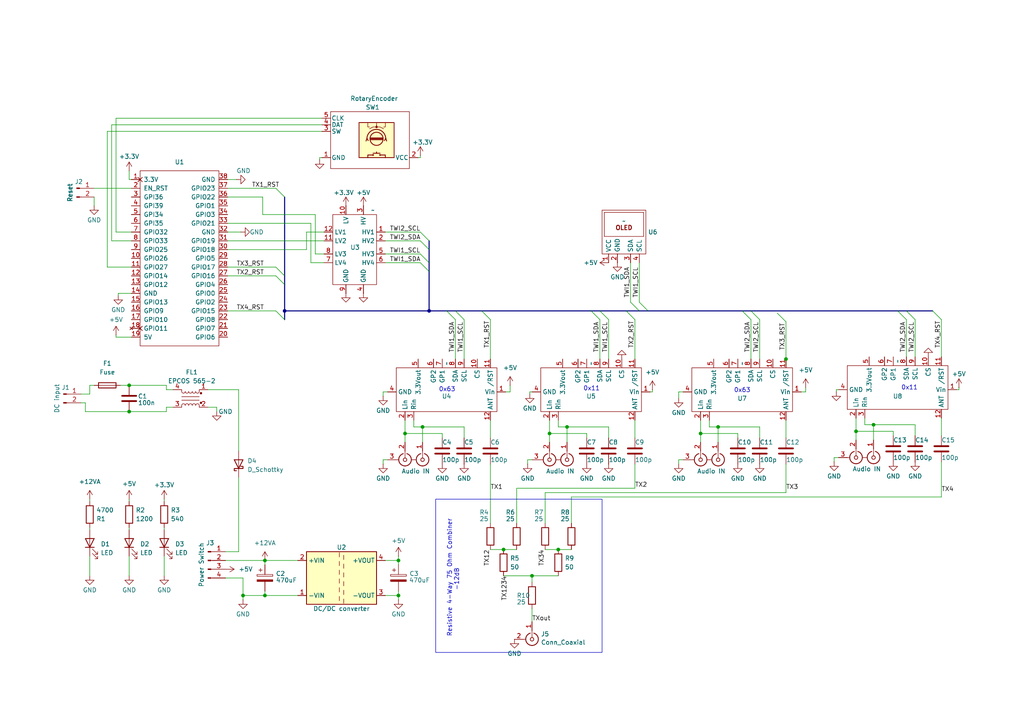
<source format=kicad_sch>
(kicad_sch (version 20231120) (generator "eeschema") (generator_version "8.0")
  (paper "A4")
  (title_block (title "4x UKW-FM Modulator") (date "2024-11-21") (rev "2.0") (company "Daniel Zerlett"))
  (lib_symbols
    (symbol "Connector:Conn_01x02_Pin" (pin_names (offset 1.016) hide)
      (property "Reference" "J" (at 0 2.54 0))
      (property "Value" "Conn_01x02_Pin" (at 0 -5.08 0))
      (symbol "Conn_01x02_Pin_1_1"
        (pin passive line (at 5.08 0 180) (length 3.81) (name "Pin_1") (number "1"))
        (pin passive line (at 5.08 -2.54 180) (length 3.81) (name "Pin_2") (number "2"))
      )
    )
    (symbol "Connector:Conn_01x04_Pin" (pin_names (offset 1.016) hide)
      (property "Reference" "J" (at 0 5.08 0))
      (property "Value" "Conn_01x04_Pin" (at 0 -7.62 0))
      (symbol "Conn_01x04_Pin_1_1"
        (pin passive line (at 5.08 2.54 180) (length 3.81) (name "Pin_1") (number "1"))
        (pin passive line (at 5.08 0 180) (length 3.81) (name "Pin_2") (number "2"))
        (pin passive line (at 5.08 -2.54 180) (length 3.81) (name "Pin_3") (number "3"))
        (pin passive line (at 5.08 -5.08 180) (length 3.81) (name "Pin_4") (number "4"))
      )
    )
    (symbol "Connector:Conn_Coaxial" (pin_names (offset 1.016) hide)
      (property "Reference" "J" (at 0.254 3.048 0))
      (property "Value" "Conn_Coaxial" (at 2.921 0 90))
      (symbol "Conn_Coaxial_1_1"
        (pin passive line (at -5.08 0 0) (length 2.54) (name "In") (number "1"))
        (pin passive line (at 0 -5.08 90) (length 2.54) (name "Ext") (number "2"))
      )
    )
    (symbol "Connector:Conn_Coaxial_x2" (pin_names (offset 1.016) hide)
      (property "Reference" "J" (at 0 5.715 0))
      (property "Value" "Conn_Coaxial_x2" (at 2.921 0 90))
      (symbol "Conn_Coaxial_x2_1_1"
        (pin passive line (at -5.08 2.54 0) (length 2.54) (name "IN1") (number "1"))
        (pin passive line (at -5.08 -2.54 0) (length 2.54) (name "IN2") (number "2"))
        (pin passive line (at 0 -7.62 90) (length 2.54) (name "EXT") (number "3"))
      )
    )
    (symbol "Device:C" (pin_numbers hide) (pin_names (offset 0.254))
      (property "Reference" "C" (at 0.635 2.54 0))
      (property "Value" "C" (at 0.635 -2.54 0))
      (symbol "C_1_1"
        (pin passive line (at 0 3.81 270) (length 2.794) (name "~") (number "1"))
        (pin passive line (at 0 -3.81 90) (length 2.794) (name "~") (number "2"))
      )
    )
    (symbol "Device:C_Polarized" (pin_numbers hide) (pin_names (offset 0.254))
      (property "Reference" "C" (at 0.635 2.54 0))
      (property "Value" "C_Polarized" (at 0.635 -2.54 0))
      (symbol "C_Polarized_1_1"
        (pin passive line (at 0 3.81 270) (length 2.794) (name "~") (number "1"))
        (pin passive line (at 0 -3.81 90) (length 2.794) (name "~") (number "2"))
      )
    )
    (symbol "Device:D_Schottky" (pin_numbers hide) (pin_names (offset 1.016) hide)
      (property "Reference" "D" (at 0 2.54 0))
      (property "Value" "D_Schottky" (at 0 -2.54 0))
      (symbol "D_Schottky_1_1"
        (pin passive line (at -3.81 0 0) (length 2.54) (name "K") (number "1"))
        (pin passive line (at 3.81 0 180) (length 2.54) (name "A") (number "2"))
      )
    )
    (symbol "Device:Fuse" (pin_numbers hide) (pin_names (offset 0))
      (property "Reference" "F" (at 2.032 0 90))
      (property "Value" "Fuse" (at -1.905 0 90))
      (symbol "Fuse_1_1"
        (pin passive line (at 0 3.81 270) (length 1.27) (name "~") (number "1"))
        (pin passive line (at 0 -3.81 90) (length 1.27) (name "~") (number "2"))
      )
    )
    (symbol "Device:LED" (pin_numbers hide) (pin_names (offset 1.016) hide)
      (property "Reference" "D" (at 0 2.54 0))
      (property "Value" "LED" (at 0 -2.54 0))
      (symbol "LED_1_1"
        (pin passive line (at -3.81 0 0) (length 2.54) (name "K") (number "1"))
        (pin passive line (at 3.81 0 180) (length 2.54) (name "A") (number "2"))
      )
    )
    (symbol "Filter:Choke_CommonMode_PulseElectronics_PH9455x155NL" (pin_names hide)
      (property "Reference" "FL" (at 0 5.08 0))
      (property "Value" "Choke_CommonMode_PulseElectronics_PH9455x155NL" (at 0 -5.08 0))
      (symbol "Choke_CommonMode_PulseElectronics_PH9455x155NL_1_1"
        (pin passive line (at -5.08 2.54 0) (length 2.54) (name "1") (number "1"))
        (pin passive line (at -5.08 -2.54 0) (length 2.54) (name "2") (number "2"))
        (pin passive line (at 5.08 -2.54 180) (length 2.54) (name "3") (number "3"))
        (pin passive line (at 5.08 2.54 180) (length 2.54) (name "4") (number "4"))
      )
    )
    (symbol "Regulator_Switching:CRE1S1212SC"
      (property "Reference" "U" (at -8.89 8.89 0))
      (property "Value" "CRE1S1212SC" (at 2.54 8.89 0))
      (symbol "CRE1S1212SC_1_1"
        (pin power_in line (at -12.7 -5.08 0) (length 2.54) (name "-VIN") (number "1"))
        (pin power_in line (at -12.7 5.08 0) (length 2.54) (name "+VIN") (number "2"))
        (pin power_out line (at 12.7 -5.08 180) (length 2.54) (name "-VOUT") (number "3"))
        (pin power_out line (at 12.7 5.08 180) (length 2.54) (name "+VOUT") (number "4"))
      )
    )
    (symbol "esp32:esp32_38_pins-custom_library" (pin_names (offset 1.016))
      (property "Reference" "U" (at -1.27 8.89 0))
      (property "Value" "esp32_38_pins-custom_library" (at 12.7 -44.45 0))
      (property "Footprint" "esp32_lora_v2:esp32_devkitv4_38pin" (at 10.16 -45.72 0))
      (symbol "esp32_38_pins-custom_library_1_1"
        (pin power_out non_logic (at -5.08 5.08 0) (length 2.54) (name "3.3V") (number "1"))
        (pin bidirectional line (at -5.08 -17.78 0) (length 2.54) (name "GPIO26") (number "10"))
        (pin bidirectional line (at -5.08 -20.32 0) (length 2.54) (name "GPIO27") (number "11"))
        (pin bidirectional line (at -5.08 -22.86 0) (length 2.54) (name "GPIO14") (number "12"))
        (pin bidirectional line (at -5.08 -25.4 0) (length 2.54) (name "GPIO12") (number "13"))
        (pin power_in line (at -5.08 -27.94 0) (length 2.54) (name "GND") (number "14"))
        (pin bidirectional line (at -5.08 -30.48 0) (length 2.54) (name "GPIO13") (number "15"))
        (pin bidirectional line (at -5.08 -33.02 0) (length 2.54) (name "GPIO9") (number "16"))
        (pin bidirectional line (at -5.08 -35.56 0) (length 2.54) (name "GPIO10") (number "17"))
        (pin no_connect non_logic (at -5.08 -38.1 0) (length 2.54) (name "GPIO11") (number "18"))
        (pin power_in line (at -5.08 -40.64 0) (length 2.54) (name "5V") (number "19"))
        (pin bidirectional line (at -5.08 2.54 0) (length 2.54) (name "EN_RST") (number "2"))
        (pin bidirectional line (at 22.86 -40.64 180) (length 2.54) (name "GPIO6") (number "20"))
        (pin bidirectional line (at 22.86 -38.1 180) (length 2.54) (name "GPIO7") (number "21"))
        (pin bidirectional line (at 22.86 -35.56 180) (length 2.54) (name "GPIO8") (number "22"))
        (pin bidirectional line (at 22.86 -33.02 180) (length 2.54) (name "GPIO15") (number "23"))
        (pin bidirectional line (at 22.86 -30.48 180) (length 2.54) (name "GPIO2") (number "24"))
        (pin bidirectional line (at 22.86 -27.94 180) (length 2.54) (name "GPIO0") (number "25"))
        (pin bidirectional line (at 22.86 -25.4 180) (length 2.54) (name "GPIO4") (number "26"))
        (pin bidirectional line (at 22.86 -22.86 180) (length 2.54) (name "GPIO16") (number "27"))
        (pin bidirectional line (at 22.86 -20.32 180) (length 2.54) (name "GPIO17") (number "28"))
        (pin bidirectional line (at 22.86 -17.78 180) (length 2.54) (name "GPIO5") (number "29"))
        (pin input line (at -5.08 0 0) (length 2.54) (name "GPI36") (number "3"))
        (pin bidirectional line (at 22.86 -15.24 180) (length 2.54) (name "GPIO18") (number "30"))
        (pin bidirectional line (at 22.86 -12.7 180) (length 2.54) (name "GPIO19") (number "31"))
        (pin tri_state line (at 22.86 -10.16 180) (length 2.54) (name "GND") (number "32"))
        (pin bidirectional line (at 22.86 -7.62 180) (length 2.54) (name "GPIO21") (number "33"))
        (pin bidirectional line (at 22.86 -5.08 180) (length 2.54) (name "GPIO3") (number "34"))
        (pin bidirectional line (at 22.86 -2.54 180) (length 2.54) (name "GPIO1") (number "35"))
        (pin bidirectional line (at 22.86 0 180) (length 2.54) (name "GPIO22") (number "36"))
        (pin bidirectional line (at 22.86 2.54 180) (length 2.54) (name "GPIO23") (number "37"))
        (pin passive line (at 22.86 5.08 180) (length 2.54) (name "GND") (number "38"))
        (pin input line (at -5.08 -2.54 0) (length 2.54) (name "GPI39") (number "4"))
        (pin input line (at -5.08 -5.08 0) (length 2.54) (name "GPI34") (number "5"))
        (pin input line (at -5.08 -7.62 0) (length 2.54) (name "GPI35") (number "6"))
        (pin bidirectional line (at -5.08 -10.16 0) (length 2.54) (name "GPIO32") (number "7"))
        (pin bidirectional line (at -5.08 -12.7 0) (length 2.54) (name "GPIO33") (number "8"))
        (pin bidirectional line (at -5.08 -15.24 0) (length 2.54) (name "GPIO25") (number "9"))
      )
    )
    (symbol "levelshifter:i2c_levelshifter"
      (property "Reference" "U" (at 0 -3.556 90))
      (symbol "i2c_levelshifter_1_1"
        (pin bidirectional line (at 8.89 3.81 180) (length 2.54) (name "HV1") (number "1"))
        (pin power_in line (at -2.54 11.43 270) (length 2.54) (name "LV") (number "10"))
        (pin bidirectional line (at -8.89 1.27 0) (length 2.54) (name "LV2") (number "11"))
        (pin bidirectional line (at -8.89 3.81 0) (length 2.54) (name "LV1") (number "12"))
        (pin bidirectional line (at 8.89 1.27 180) (length 2.54) (name "HV2") (number "2"))
        (pin power_in line (at 2.54 11.43 270) (length 2.54) (name "HV") (number "3"))
        (pin power_in line (at 2.54 -13.97 90) (length 2.54) (name "GND") (number "4"))
        (pin bidirectional line (at 8.89 -2.54 180) (length 2.54) (name "HV3") (number "5"))
        (pin bidirectional line (at 8.89 -5.08 180) (length 2.54) (name "HV4") (number "6"))
        (pin bidirectional line (at -8.89 -5.08 0) (length 2.54) (name "LV4") (number "7"))
        (pin bidirectional line (at -8.89 -2.54 0) (length 2.54) (name "LV3") (number "8"))
        (pin power_in line (at -2.54 -13.97 90) (length 2.54) (name "GND") (number "9"))
      )
    )
    (symbol "oled:ssd1306-oled"
      (property "Reference" "U6" (at 6.985 -3.175 0))
      (property "Value" "~" (at 0 0 0))
      (symbol "ssd1306-oled_1_1"
        (text "OLED" (at 0 -1.905 0) (effects (font (size 1.27 1.27) (bold yes))))
        (pin power_in line (at -4.445 -12.065 90) (length 2.54) (name "VCC") (number "1"))
        (pin power_in line (at -1.905 -12.065 90) (length 2.54) (name "GND") (number "2"))
        (pin bidirectional line (at 1.905 -12.065 90) (length 2.54) (name "SDA") (number "3"))
        (pin bidirectional line (at 4.445 -12.065 90) (length 2.54) (name "SCL") (number "4"))
      )
    )
    (symbol "power:+12VA" (power) (pin_numbers hide) (pin_names (offset 0) hide)
      (property "Value" "+12VA" (at 0 3.556 0))
      (symbol "+12VA_1_1"
        (pin power_in line (at 0 0 90) (length 0) (name "~") (number "1"))
      )
    )
    (symbol "power:+3.3V" (power) (pin_numbers hide) (pin_names (offset 0) hide)
      (property "Value" "+3.3V" (at 0 3.556 0))
      (symbol "+3.3V_1_1"
        (pin power_in line (at 0 0 90) (length 0) (name "~") (number "1"))
      )
    )
    (symbol "power:+5V" (power) (pin_numbers hide) (pin_names (offset 0) hide)
      (property "Value" "+5V" (at 0 3.556 0))
      (symbol "+5V_1_1"
        (pin power_in line (at 0 0 90) (length 0) (name "~") (number "1"))
      )
    )
    (symbol "power:GND" (power) (pin_numbers hide) (pin_names (offset 0) hide)
      (property "Value" "GND" (at 0 -3.81 0))
      (symbol "GND_1_1"
        (pin power_in line (at 0 0 270) (length 0) (name "~") (number "1"))
      )
    )
    (symbol "rotary:R" (pin_numbers hide) (pin_names (offset 0))
      (property "Reference" "R" (at 2.032 0 90))
      (property "Value" "R" (at 0 0 90))
      (symbol "R_1_1"
        (pin passive line (at 0 3.81 270) (length 1.27) (name "~") (number "1"))
        (pin passive line (at 0 -3.81 90) (length 1.27) (name "~") (number "2"))
      )
    )
    (symbol "rotary:RotaryEncoder_Switch" (pin_names (offset 0.254))
      (property "Reference" "SW1" (at 8.89 -0.6929 0))
      (property "Value" "RotaryEncoder" (at 8.89 -3.1171 0))
      (symbol "RotaryEncoder_Switch_1_1"
        (pin power_in line (at 5.08 -15.875 90) (length 2.54) (name "GND") (number "1"))
        (pin power_in line (at 5.08 12.065 270) (length 2.54) (name "VCC") (number "2"))
        (pin output line (at -2.54 -15.875 90) (length 2.54) (name "SW") (number "3"))
        (pin output line (at -4.445 -15.875 90) (length 2.54) (name "DAT") (number "4"))
        (pin output line (at -6.35 -15.875 90) (length 2.54) (name "CLK") (number "5"))
      )
    )
    (symbol "si4713:si4713_breakout"
      (property "Reference" "U4" (at 10.16 0 90))
      (property "Value" "~" (at 0 0 0))
      (symbol "si4713_breakout_1_1"
        (pin power_in line (at 8.255 17.145 270) (length 2.54) (name "Vin") (number "1"))
        (pin input line (at -1.27 8.89 0) (length 2.54) (name "CS") (number "10"))
        (pin input line (at -1.27 12.7 0) (length 2.54) (name "/RST") (number "11"))
        (pin output line (at 16.51 12.7 180) (length 2.54) (name "ANT") (number "12"))
        (pin input line (at 16.51 -12.065 180) (length 2.54) (name "Lin") (number "2"))
        (pin input line (at 16.51 -9.525 180) (length 2.54) (name "Rin") (number "3"))
        (pin power_in line (at 8.255 -17.145 90) (length 2.54) (name "GND") (number "4"))
        (pin power_out line (at -1.27 -8.255 0) (length 2.54) (name "3.3Vout") (number "5"))
        (pin bidirectional line (at -1.27 -3.81 0) (length 2.54) (name "GP2") (number "6"))
        (pin bidirectional line (at -1.27 -1.27 0) (length 2.54) (name "GP1") (number "7"))
        (pin bidirectional line (at -1.27 2.54 0) (length 2.54) (name "SDA") (number "8"))
        (pin bidirectional line (at -1.27 5.08 0) (length 2.54) (name "SCL") (number "9"))
      )
    )
  )
  (junction (at 248.285 125.095))
  (junction (at 203.2 125.73))
  (junction (at 154.305 167.005))
  (junction (at 37.465 111.76))
  (junction (at 159.385 125.73))
  (junction (at 253.365 123.19))
  (junction (at 117.475 125.73))
  (junction (at 82.55 90.17))
  (junction (at 161.925 159.385))
  (junction (at 146.05 159.385))
  (junction (at 76.835 172.72))
  (junction (at 122.555 123.825))
  (junction (at 70.485 172.72))
  (junction (at 115.57 162.56))
  (junction (at 164.465 123.825))
  (junction (at 115.57 172.72))
  (junction (at 227.965 104.14))
  (junction (at 76.835 162.56))
  (junction (at 208.28 123.825))
  (junction (at 124.46 90.17))
  (junction (at 37.465 119.38))
  (bus_entry (at 260.35 90.17) (size 2.54 2.54))
  (bus_entry (at 171.45 90.17) (size 2.54 2.54))
  (bus_entry (at 132.08 90.17) (size 2.54 2.54))
  (bus_entry (at 262.89 90.17) (size 2.54 2.54))
  (bus_entry (at 129.54 90.17) (size 2.54 2.54))
  (bus_entry (at 182.88 87.63) (size 2.54 2.54))
  (bus_entry (at 270.51 90.17) (size 2.54 2.54))
  (bus_entry (at 121.92 67.31) (size 2.54 2.54))
  (bus_entry (at 80.01 54.61) (size 2.54 2.54))
  (bus_entry (at 121.92 73.66) (size 2.54 2.54))
  (bus_entry (at 173.99 90.17) (size 2.54 2.54))
  (bus_entry (at 121.92 76.2) (size 2.54 2.54))
  (bus_entry (at 121.92 69.85) (size 2.54 2.54))
  (bus_entry (at 217.805 90.17) (size 2.54 2.54))
  (bus_entry (at 80.01 90.17) (size 2.54 2.54))
  (bus_entry (at 215.265 90.17) (size 2.54 2.54))
  (bus_entry (at 80.01 77.47) (size 2.54 2.54))
  (bus_entry (at 185.42 87.63) (size 2.54 2.54))
  (bus_entry (at 181.61 90.17) (size 2.54 2.54))
  (bus_entry (at 80.01 80.01) (size 2.54 2.54))
  (bus_entry (at 225.425 90.805) (size 2.54 2.54))
  (bus_entry (at 139.7 90.17) (size 2.54 2.54))
  (wire (pts (xy 66.04 90.17) (xy 80.01 90.17)))
  (wire (pts (xy 189.23 113.665) (xy 189.23 113.03)))
  (wire (pts (xy 278.13 113.03) (xy 277.495 113.03)))
  (wire (pts (xy 37.465 153.035) (xy 37.465 153.67)))
  (wire (pts (xy 176.53 92.71) (xy 176.53 104.14)))
  (wire (pts (xy 24.765 119.38) (xy 24.765 116.84)))
  (wire (pts (xy 154.305 167.005) (xy 154.305 168.91)))
  (bus (pts (xy 260.35 90.17) (xy 262.89 90.17)))
  (wire (pts (xy 70.485 167.64) (xy 70.485 172.72)))
  (wire (pts (xy 88.9 67.31) (xy 93.98 67.31)))
  (wire (pts (xy 227.965 142.875) (xy 227.965 134.62)))
  (wire (pts (xy 185.42 76.2) (xy 185.42 87.63)))
  (wire (pts (xy 65.405 160.02) (xy 69.215 160.02)))
  (wire (pts (xy 33.655 67.31) (xy 33.655 34.29)))
  (wire (pts (xy 158.115 142.875) (xy 227.965 142.875)))
  (wire (pts (xy 115.57 172.72) (xy 111.76 172.72)))
  (wire (pts (xy 37.465 52.07) (xy 37.465 49.53)))
  (wire (pts (xy 111.76 162.56) (xy 115.57 162.56)))
  (wire (pts (xy 198.12 113.665) (xy 196.85 113.665)))
  (wire (pts (xy 262.89 103.505) (xy 262.89 92.71)))
  (wire (pts (xy 111.125 113.665) (xy 111.125 114.935)))
  (wire (pts (xy 27.305 57.15) (xy 27.305 59.69)))
  (wire (pts (xy 253.365 123.19) (xy 253.365 127.635)))
  (wire (pts (xy 111.76 67.31) (xy 121.92 67.31)))
  (wire (pts (xy 26.035 153.035) (xy 26.035 153.67)))
  (wire (pts (xy 76.835 171.45) (xy 76.835 172.72)))
  (wire (pts (xy 165.735 144.145) (xy 273.05 144.145)))
  (wire (pts (xy 122.555 123.825) (xy 134.62 123.825)))
  (wire (pts (xy 142.24 159.385) (xy 146.05 159.385)))
  (wire (pts (xy 242.57 113.03) (xy 242.57 113.665)))
  (bus (pts (xy 181.61 90.17) (xy 185.42 90.17)))
  (wire (pts (xy 120.015 121.92) (xy 120.015 123.825)))
  (bus (pts (xy 82.55 90.17) (xy 124.46 90.17)))
  (wire (pts (xy 88.9 67.31) (xy 88.9 72.39)))
  (wire (pts (xy 93.98 76.2) (xy 90.17 76.2)))
  (bus (pts (xy 215.265 90.17) (xy 217.805 90.17)))
  (wire (pts (xy 196.85 133.35) (xy 198.12 133.35)))
  (wire (pts (xy 227.965 106.045) (xy 227.965 104.14)))
  (wire (pts (xy 153.67 113.665) (xy 153.67 114.3)))
  (wire (pts (xy 91.44 62.23) (xy 76.2 62.23)))
  (wire (pts (xy 34.925 111.76) (xy 37.465 111.76)))
  (wire (pts (xy 188.595 113.665) (xy 189.23 113.665)))
  (bus (pts (xy 124.46 69.85) (xy 124.46 72.39)))
  (wire (pts (xy 248.285 121.285) (xy 248.285 125.095)))
  (wire (pts (xy 248.285 125.095) (xy 259.08 125.095)))
  (wire (pts (xy 76.835 162.56) (xy 86.36 162.56)))
  (wire (pts (xy 66.04 57.15) (xy 76.2 57.15)))
  (wire (pts (xy 66.04 54.61) (xy 80.01 54.61)))
  (wire (pts (xy 265.43 92.71) (xy 265.43 103.505)))
  (wire (pts (xy 86.36 172.72) (xy 76.835 172.72)))
  (wire (pts (xy 170.18 127) (xy 170.18 125.73)))
  (wire (pts (xy 165.735 151.765) (xy 165.735 144.145)))
  (wire (pts (xy 76.835 172.72) (xy 70.485 172.72)))
  (wire (pts (xy 153.035 133.35) (xy 154.305 133.35)))
  (wire (pts (xy 182.88 76.2) (xy 182.88 87.63)))
  (wire (pts (xy 158.115 159.385) (xy 161.925 159.385)))
  (wire (pts (xy 184.15 92.71) (xy 184.15 104.14)))
  (bus (pts (xy 262.89 90.17) (xy 270.51 90.17)))
  (wire (pts (xy 149.86 141.605) (xy 184.15 141.605)))
  (wire (pts (xy 176.53 123.825) (xy 176.53 127)))
  (bus (pts (xy 82.55 57.15) (xy 82.55 80.01)))
  (bus (pts (xy 124.46 90.17) (xy 129.54 90.17)))
  (wire (pts (xy 121.92 45.72) (xy 121.92 45.085)))
  (wire (pts (xy 203.2 121.92) (xy 203.2 125.73)))
  (bus (pts (xy 82.55 82.55) (xy 82.55 90.17)))
  (wire (pts (xy 111.76 73.66) (xy 121.92 73.66)))
  (wire (pts (xy 117.475 125.73) (xy 117.475 128.27)))
  (wire (pts (xy 34.29 85.09) (xy 34.29 85.725)))
  (wire (pts (xy 47.625 144.78) (xy 47.625 145.415)))
  (wire (pts (xy 47.625 153.035) (xy 47.625 153.67)))
  (wire (pts (xy 227.965 121.92) (xy 227.965 127)))
  (wire (pts (xy 70.485 172.72) (xy 70.485 173.99)))
  (wire (pts (xy 115.57 171.45) (xy 115.57 172.72)))
  (bus (pts (xy 124.46 76.2) (xy 124.46 78.74)))
  (wire (pts (xy 122.555 123.825) (xy 122.555 128.27)))
  (wire (pts (xy 227.965 93.345) (xy 227.965 104.14)))
  (wire (pts (xy 184.15 121.92) (xy 184.15 127)))
  (wire (pts (xy 47.625 161.29) (xy 47.625 167.005)))
  (wire (pts (xy 217.805 92.71) (xy 217.805 104.14)))
  (wire (pts (xy 117.475 121.92) (xy 117.475 125.73)))
  (wire (pts (xy 278.13 113.03) (xy 278.13 112.395)))
  (wire (pts (xy 164.465 123.825) (xy 164.465 128.27)))
  (wire (pts (xy 111.125 133.35) (xy 112.395 133.35)))
  (wire (pts (xy 60.325 118.11) (xy 62.865 118.11)))
  (wire (pts (xy 164.465 123.825) (xy 176.53 123.825)))
  (wire (pts (xy 161.925 159.385) (xy 165.735 159.385)))
  (wire (pts (xy 154.305 167.005) (xy 161.925 167.005)))
  (wire (pts (xy 115.57 162.56) (xy 115.57 161.29)))
  (wire (pts (xy 142.24 92.71) (xy 142.24 104.14)))
  (bus (pts (xy 187.96 90.17) (xy 215.265 90.17)))
  (wire (pts (xy 37.465 111.76) (xy 48.26 111.76)))
  (wire (pts (xy 265.43 123.19) (xy 265.43 126.365)))
  (wire (pts (xy 142.24 134.62) (xy 142.24 151.765)))
  (wire (pts (xy 153.035 134.62) (xy 153.035 133.35)))
  (wire (pts (xy 115.57 162.56) (xy 115.57 163.83)))
  (wire (pts (xy 32.385 69.85) (xy 38.1 69.85)))
  (wire (pts (xy 33.655 97.155) (xy 33.655 97.79)))
  (wire (pts (xy 62.865 118.11) (xy 62.865 119.38)))
  (wire (pts (xy 26.035 144.78) (xy 26.035 145.415)))
  (wire (pts (xy 31.115 77.47) (xy 31.115 38.1)))
  (wire (pts (xy 153.67 113.665) (xy 154.305 113.665)))
  (wire (pts (xy 26.035 114.3) (xy 23.495 114.3)))
  (wire (pts (xy 161.925 123.825) (xy 164.465 123.825)))
  (wire (pts (xy 37.465 52.07) (xy 38.1 52.07)))
  (wire (pts (xy 66.04 80.01) (xy 80.01 80.01)))
  (wire (pts (xy 115.57 173.99) (xy 115.57 172.72)))
  (wire (pts (xy 33.655 34.29) (xy 93.345 34.29)))
  (wire (pts (xy 146.685 113.665) (xy 147.955 113.665)))
  (wire (pts (xy 92.71 45.72) (xy 93.345 45.72)))
  (wire (pts (xy 250.825 121.285) (xy 250.825 123.19)))
  (wire (pts (xy 65.405 162.56) (xy 76.835 162.56)))
  (wire (pts (xy 91.44 62.23) (xy 91.44 73.66)))
  (bus (pts (xy 129.54 90.17) (xy 132.08 90.17)))
  (wire (pts (xy 161.925 121.92) (xy 161.925 123.825)))
  (bus (pts (xy 173.99 90.17) (xy 181.61 90.17)))
  (bus (pts (xy 171.45 90.17) (xy 173.99 90.17)))
  (wire (pts (xy 205.74 123.825) (xy 208.28 123.825)))
  (wire (pts (xy 38.1 85.09) (xy 34.29 85.09)))
  (wire (pts (xy 132.08 92.71) (xy 132.08 104.14)))
  (wire (pts (xy 173.99 92.71) (xy 173.99 104.14)))
  (wire (pts (xy 26.035 111.76) (xy 27.305 111.76)))
  (wire (pts (xy 66.04 52.07) (xy 68.58 52.07)))
  (wire (pts (xy 142.24 121.92) (xy 142.24 127)))
  (wire (pts (xy 90.17 64.77) (xy 90.17 76.2)))
  (wire (pts (xy 23.495 116.84) (xy 24.765 116.84)))
  (wire (pts (xy 48.26 118.11) (xy 50.165 118.11)))
  (wire (pts (xy 33.655 97.79) (xy 38.1 97.79)))
  (bus (pts (xy 82.55 90.17) (xy 82.55 92.71)))
  (wire (pts (xy 273.05 121.285) (xy 273.05 126.365)))
  (wire (pts (xy 208.28 123.825) (xy 220.345 123.825)))
  (wire (pts (xy 33.655 67.31) (xy 38.1 67.31)))
  (wire (pts (xy 120.015 123.825) (xy 122.555 123.825)))
  (wire (pts (xy 65.405 167.64) (xy 70.485 167.64)))
  (wire (pts (xy 159.385 121.92) (xy 159.385 125.73)))
  (wire (pts (xy 159.385 125.73) (xy 170.18 125.73)))
  (wire (pts (xy 273.05 92.71) (xy 273.05 103.505)))
  (wire (pts (xy 184.15 141.605) (xy 184.15 134.62)))
  (wire (pts (xy 31.115 38.1) (xy 93.345 38.1)))
  (wire (pts (xy 203.2 125.73) (xy 213.995 125.73)))
  (wire (pts (xy 93.98 73.66) (xy 91.44 73.66)))
  (wire (pts (xy 253.365 123.19) (xy 265.43 123.19)))
  (wire (pts (xy 196.85 134.62) (xy 196.85 133.35)))
  (wire (pts (xy 159.385 125.73) (xy 159.385 128.27)))
  (wire (pts (xy 146.05 167.005) (xy 154.305 167.005)))
  (bus (pts (xy 217.805 90.17) (xy 260.35 90.17)))
  (wire (pts (xy 48.26 111.76) (xy 48.26 113.03)))
  (bus (pts (xy 139.7 90.17) (xy 171.45 90.17)))
  (wire (pts (xy 48.26 118.11) (xy 48.26 119.38)))
  (wire (pts (xy 149.86 151.765) (xy 149.86 141.605)))
  (wire (pts (xy 92.71 46.355) (xy 92.71 45.72)))
  (wire (pts (xy 60.325 113.03) (xy 69.215 113.03)))
  (wire (pts (xy 76.2 62.23) (xy 76.2 57.15)))
  (wire (pts (xy 66.04 72.39) (xy 88.9 72.39)))
  (wire (pts (xy 196.85 113.665) (xy 196.85 115.57)))
  (wire (pts (xy 147.955 113.665) (xy 147.955 111.76)))
  (wire (pts (xy 250.825 123.19) (xy 253.365 123.19)))
  (wire (pts (xy 37.465 161.29) (xy 37.465 167.005)))
  (wire (pts (xy 69.215 113.03) (xy 69.215 130.81)))
  (wire (pts (xy 220.345 92.71) (xy 220.345 104.14)))
  (wire (pts (xy 26.035 111.76) (xy 26.035 114.3)))
  (wire (pts (xy 32.385 36.195) (xy 93.345 36.195)))
  (wire (pts (xy 69.215 138.43) (xy 69.215 160.02)))
  (wire (pts (xy 205.74 121.92) (xy 205.74 123.825)))
  (wire (pts (xy 243.205 113.03) (xy 242.57 113.03)))
  (wire (pts (xy 111.76 76.2) (xy 121.92 76.2)))
  (wire (pts (xy 248.285 125.095) (xy 248.285 127.635)))
  (wire (pts (xy 128.27 127) (xy 128.27 125.73)))
  (wire (pts (xy 37.465 119.38) (xy 24.765 119.38)))
  (bus (pts (xy 82.55 80.01) (xy 82.55 82.55)))
  (wire (pts (xy 48.26 119.38) (xy 37.465 119.38)))
  (wire (pts (xy 31.115 77.47) (xy 38.1 77.47)))
  (wire (pts (xy 259.08 126.365) (xy 259.08 125.095)))
  (bus (pts (xy 124.46 78.74) (xy 124.46 90.17)))
  (wire (pts (xy 233.68 113.665) (xy 233.68 112.395)))
  (wire (pts (xy 232.41 113.665) (xy 233.68 113.665)))
  (wire (pts (xy 32.385 36.195) (xy 32.385 69.85)))
  (bus (pts (xy 124.46 72.39) (xy 124.46 76.2)))
  (wire (pts (xy 213.995 127) (xy 213.995 125.73)))
  (wire (pts (xy 158.115 151.765) (xy 158.115 142.875)))
  (wire (pts (xy 66.04 64.77) (xy 90.17 64.77)))
  (wire (pts (xy 117.475 125.73) (xy 128.27 125.73)))
  (wire (pts (xy 134.62 92.71) (xy 134.62 104.14)))
  (wire (pts (xy 220.345 123.825) (xy 220.345 127)))
  (wire (pts (xy 27.305 54.61) (xy 38.1 54.61)))
  (bus (pts (xy 132.08 90.17) (xy 139.7 90.17)))
  (wire (pts (xy 208.28 123.825) (xy 208.28 128.27)))
  (wire (pts (xy 66.04 69.85) (xy 93.98 69.85)))
  (wire (pts (xy 111.76 69.85) (xy 121.92 69.85)))
  (wire (pts (xy 241.935 132.715) (xy 243.205 132.715)))
  (wire (pts (xy 121.92 45.72) (xy 121.285 45.72)))
  (wire (pts (xy 66.04 77.47) (xy 80.01 77.47)))
  (wire (pts (xy 112.395 113.665) (xy 111.125 113.665)))
  (wire (pts (xy 76.835 162.56) (xy 76.835 163.83)))
  (wire (pts (xy 134.62 123.825) (xy 134.62 127)))
  (wire (pts (xy 48.26 113.03) (xy 50.165 113.03)))
  (wire (pts (xy 26.035 161.29) (xy 26.035 167.005)))
  (wire (pts (xy 154.305 176.53) (xy 154.305 180.34)))
  (wire (pts (xy 111.125 134.62) (xy 111.125 133.35)))
  (wire (pts (xy 66.04 67.31) (xy 69.85 67.31)))
  (wire (pts (xy 203.2 125.73) (xy 203.2 128.27)))
  (wire (pts (xy 146.05 159.385) (xy 149.86 159.385)))
  (wire (pts (xy 273.05 133.985) (xy 273.05 144.145)))
  (wire (pts (xy 241.935 133.985) (xy 241.935 132.715)))
  (wire (pts (xy 37.465 144.78) (xy 37.465 145.415)))
  (bus (pts (xy 185.42 90.17) (xy 187.96 90.17)))
  (rectangle (start 126.365 144.78) (end 174.625 189.23))
  (text "Resistive 4-Way 75 Ohm Combiner\n-12dB " (at 131.445 167.64 90) (effects (font (size 1.27 1.27))))
  (text "0x11" (at 169.164 113.538 0) (effects (font (size 1.27 1.27)) (justify left bottom)))
  (text "0x11" (at 261.366 113.284 0) (effects (font (size 1.27 1.27)) (justify left bottom)))
  (text "0x63" (at 127.254 113.792 0) (effects (font (size 1.27 1.27)) (justify left bottom)))
  (text "0x63" (at 212.852 114.046 0) (effects (font (size 1.27 1.27)) (justify left bottom)))
  (label "TXout" (at 154.305 180.34 0))
  (label "TX2_RST" (at 68.58 80.01 0))
  (label "TWI1_SDA" (at 173.99 102.235 90))
  (label "TX4_RST" (at 273.05 100.965 90))
  (label "TX12" (at 142.24 159.385 270))
  (label "TWI2_SDA" (at 217.805 102.235 90))
  (label "TWI2_SDA" (at 262.89 102.235 90))
  (label "TWI1_SCL" (at 176.53 102.235 90))
  (label "TX2" (at 184.15 141.605 0))
  (label "TWI2_SDA" (at 113.03 69.85 0))
  (label "TWI1_SCL" (at 134.62 102.235 90))
  (label "TWI1_SCL" (at 185.42 86.36 90))
  (label "TX4_RST" (at 68.58 90.17 0))
  (label "TX3_RST" (at 68.58 77.47 0))
  (label "TWI1_SDA" (at 182.88 86.36 90))
  (label "TX1234" (at 147.32 167.005 270))
  (label "TWI1_SCL" (at 113.03 73.66 0))
  (label "TX2_RST" (at 184.15 100.965 90))
  (label "TWI1_SDA" (at 132.08 102.235 90))
  (label "TWI2_SCL" (at 265.43 102.235 90))
  (label "TX1" (at 142.24 142.24 0))
  (label "TX1_RST" (at 73.025 54.61 0))
  (label "TX1_RST" (at 142.24 100.965 90))
  (label "TX3" (at 227.965 142.24 0))
  (label "TX3_RST" (at 227.965 101.6 90))
  (label "TX4" (at 273.05 142.875 0))
  (label "TWI2_SCL" (at 220.345 102.235 90))
  (label "TX34" (at 158.115 159.385 270))
  (label "TWI1_SDA" (at 113.03 76.2 0))
  (label "TWI2_SCL" (at 113.03 67.31 0))
  (symbol (lib_id "power:+3.3V") (at 47.625 144.78 0) (unit 1)
    (property "Reference" "#PWR09" (effects (hide yes)))
    (property "Value" "+3.3V" (at 47.625 140.6469 0))
    (property "Description" "Power symbol creates a global label with name \"+3.3V\"" (effects (hide yes)))
  )
  (symbol (lib_id "power:GND") (at 26.035 167.005 0) (unit 1)
    (property "Reference" "#PWR02" (effects (hide yes)))
    (property "Value" "GND" (at 26.035 171.1381 0))
    (property "Description" "Power symbol creates a global label with name \"GND\" , ground" (effects (hide yes)))
  )
  (symbol (lib_id "Device:C") (at 273.05 130.175 0) (unit 1)
    (property "Reference" "C15" (at 273.05 127.635 0) (effects (justify left)))
    (property "Value" "100p" (at 273.05 132.715 0) (effects (justify left)))
    (property "Footprint" "Capacitor_SMD:C_0402_1005Metric" (effects (hide yes)))
    (property "Description" "Unpolarized capacitor" (effects (hide yes)))
    (property "LCSC" "C1546" (effects (hide yes)))
  )
  (symbol (lib_id "power:GND") (at 37.465 167.005 0) (unit 1)
    (property "Reference" "#PWR08" (effects (hide yes)))
    (property "Value" "GND" (at 37.465 171.1381 0))
    (property "Description" "Power symbol creates a global label with name \"GND\" , ground" (effects (hide yes)))
  )
  (symbol (lib_id "power:GND") (at 34.29 85.725 0) (unit 1)
    (property "Reference" "#PWR05" (effects (hide yes)))
    (property "Value" "GND" (at 34.29 89.8581 0))
    (property "Description" "Power symbol creates a global label with name \"GND\" , ground" (effects (hide yes)))
  )
  (symbol (lib_id "power:GND") (at 180.34 104.14 180) (unit 1)
    (property "Reference" "#PWR037" (effects (hide yes)))
    (property "Value" "GND" (effects (hide yes)))
    (property "Description" "Power symbol creates a global label with name \"GND\" , ground" (effects (hide yes)))
  )
  (symbol (lib_id "si4713:si4713_breakout") (at 171.45 105.41 270) (unit 1)
    (property "Reference" "U5" (at 171.45 114.935 90))
    (property "Value" "~" (at 171.45 105.41 0))
    (property "Footprint" "si4713:si4713_breakout" (effects (hide yes)))
  )
  (symbol (lib_id "power:+5V") (at 233.68 112.395 0) (unit 1)
    (property "Reference" "#PWR043" (effects (hide yes)))
    (property "Value" "+5V" (at 233.68 107.315 0))
    (property "Description" "Power symbol creates a global label with name \"+5V\"" (effects (hide yes)))
  )
  (symbol (lib_id "power:GND") (at 105.41 85.09 0) (unit 1)
    (property "Reference" "#PWR021" (effects (hide yes)))
    (property "Value" "GND" (effects (hide yes)))
    (property "Description" "Power symbol creates a global label with name \"GND\" , ground" (effects (hide yes)))
  )
  (symbol (lib_id "power:GND") (at 134.62 134.62 0) (unit 1)
    (property "Reference" "#PWR028" (effects (hide yes)))
    (property "Value" "GND" (at 134.62 138.7531 0))
    (property "Description" "Power symbol creates a global label with name \"GND\" , ground" (effects (hide yes)))
  )
  (symbol (lib_id "Connector:Conn_Coaxial_x2") (at 250.825 132.715 270) (unit 1)
    (property "Reference" "J8" (effects (hide yes)))
    (property "Value" "Audio IN" (at 247.269 136.017 90) (effects (justify left)))
    (property "Footprint" "Cinch:cinch" (effects (hide yes)))
    (property "Description" "double coaxial connector (BNC, SMA, SMB, SMC, Cinch/RCA, LEMO, ...)" (effects (hide yes)))
  )
  (symbol (lib_id "Device:C") (at 220.345 130.81 0) (unit 1)
    (property "Reference" "C11" (at 220.345 128.27 0) (effects (justify left)))
    (property "Value" "100p" (at 220.345 133.35 0) (effects (justify left)))
    (property "Footprint" "Capacitor_SMD:C_0402_1005Metric" (effects (hide yes)))
    (property "Description" "Unpolarized capacitor" (effects (hide yes)))
    (property "LCSC" "C1546" (effects (hide yes)))
  )
  (symbol (lib_id "Device:D_Schottky") (at 69.215 134.62 90) (unit 1)
    (property "Reference" "D4" (at 71.755 133.6674 90) (effects (justify right)))
    (property "Value" "D_Schottky" (at 71.755 136.2074 90) (effects (justify right)))
    (property "Footprint" "Diode_THT:D_DO-15_P3.81mm_Vertical_AnodeUp" (effects (hide yes)))
    (property "Description" "Schottky diode" (effects (hide yes)))
  )
  (symbol (lib_id "power:GND") (at 111.125 114.935 0) (unit 1)
    (property "Reference" "#PWR022" (effects (hide yes)))
    (property "Value" "GND" (at 111.125 119.0681 0))
    (property "Description" "Power symbol creates a global label with name \"GND\" , ground" (effects (hide yes)))
  )
  (symbol (lib_id "Connector:Conn_Coaxial_x2") (at 120.015 133.35 270) (unit 1)
    (property "Reference" "J4" (effects (hide yes)))
    (property "Value" "Audio IN" (at 116.459 136.652 90) (effects (justify left)))
    (property "Footprint" "Cinch:cinch" (effects (hide yes)))
    (property "Description" "double coaxial connector (BNC, SMA, SMB, SMC, Cinch/RCA, LEMO, ...)" (effects (hide yes)))
  )
  (symbol (lib_id "power:GND") (at 115.57 173.99 0) (unit 1)
    (property "Reference" "#PWR025" (effects (hide yes)))
    (property "Value" "GND" (at 115.57 178.1231 0))
    (property "Description" "Power symbol creates a global label with name \"GND\" , ground" (effects (hide yes)))
  )
  (symbol (lib_id "power:+5V") (at 176.53 76.2 90) (unit 1)
    (property "Reference" "#PWR034" (effects (hide yes)))
    (property "Value" "+5V" (at 173.3551 76.2 90) (effects (justify left)))
    (property "Description" "Power symbol creates a global label with name \"+5V\"" (effects (hide yes)))
  )
  (symbol (lib_id "Connector:Conn_Coaxial_x2") (at 161.925 133.35 270) (unit 1)
    (property "Reference" "J6" (effects (hide yes)))
    (property "Value" "Audio IN" (at 158.369 136.652 90) (effects (justify left)))
    (property "Footprint" "Cinch:cinch" (effects (hide yes)))
    (property "Description" "double coaxial connector (BNC, SMA, SMB, SMC, Cinch/RCA, LEMO, ...)" (effects (hide yes)))
  )
  (symbol (lib_id "rotary:R") (at 154.305 172.72 0) (unit 1)
    (property "Reference" "R10" (at 149.86 172.72 0) (effects (justify left)))
    (property "Value" "25" (at 149.86 174.625 0) (effects (justify left)))
    (property "Footprint" "Resistor_SMD:R_0805_2012Metric" (effects (hide yes)))
    (property "Description" "Resistor" (effects (hide yes)))
    (property "LCSC" "C2828760" (effects (hide yes)))
  )
  (symbol (lib_id "rotary:R") (at 158.115 155.575 0) (unit 1)
    (property "Reference" "R7" (at 154.94 148.59 0) (effects (justify left)))
    (property "Value" "25" (at 154.94 150.495 0) (effects (justify left)))
    (property "Footprint" "Resistor_SMD:R_0805_2012Metric" (effects (hide yes)))
    (property "Description" "Resistor" (effects (hide yes)))
    (property "LCSC" "C2828760" (effects (hide yes)))
  )
  (symbol (lib_id "power:+3.3V") (at 37.465 49.53 0) (unit 1)
    (property "Reference" "#PWR06" (effects (hide yes)))
    (property "Value" "+3.3V" (at 37.465 45.3969 0))
    (property "Description" "Power symbol creates a global label with name \"+3.3V\"" (effects (hide yes)))
  )
  (symbol (lib_id "rotary:R") (at 161.925 163.195 0) (unit 1)
    (property "Reference" "R9" (at 163.83 161.9249 0) (effects (justify left)))
    (property "Value" "50" (at 163.83 164.4649 0) (effects (justify left)))
    (property "Footprint" "Resistor_SMD:R_0402_1005Metric" (effects (hide yes)))
    (property "Description" "Resistor" (effects (hide yes)))
    (property "LCSC" "C3015747" (effects (hide yes)))
  )
  (symbol (lib_id "Device:C") (at 37.465 115.57 0) (unit 1)
    (property "Reference" "C1" (at 40.005 114.935 0) (effects (justify left)))
    (property "Value" "100n" (at 40.005 116.84 0) (effects (justify left)))
    (property "Footprint" "Capacitor_SMD:C_0805_2012Metric" (effects (hide yes)))
    (property "Description" "Unpolarized capacitor" (effects (hide yes)))
    (property "LCSC" "C28233" (effects (hide yes)))
  )
  (symbol (lib_id "power:GND") (at 27.305 59.69 0) (unit 1)
    (property "Reference" "#PWR03" (effects (hide yes)))
    (property "Value" "GND" (at 27.305 63.8231 0))
    (property "Description" "Power symbol creates a global label with name \"GND\" , ground" (effects (hide yes)))
  )
  (symbol (lib_id "Device:LED") (at 26.035 157.48 90) (unit 1)
    (property "Reference" "D1" (at 29.21 157.7974 90) (effects (justify right)))
    (property "Value" "LED" (at 29.21 160.3374 90) (effects (justify right)))
    (property "Footprint" "LED_THT:LED_D3.0mm" (effects (hide yes)))
    (property "Description" "Light emitting diode" (effects (hide yes)))
  )
  (symbol (lib_id "Device:C") (at 184.15 130.81 0) (unit 1)
    (property "Reference" "C9" (at 184.15 128.27 0) (effects (justify left)))
    (property "Value" "100p" (at 184.15 133.35 0) (effects (justify left)))
    (property "Footprint" "Capacitor_SMD:C_0402_1005Metric" (effects (hide yes)))
    (property "Description" "Unpolarized capacitor" (effects (hide yes)))
    (property "LCSC" "C1546" (effects (hide yes)))
  )
  (symbol (lib_id "rotary:R") (at 142.24 155.575 0) (unit 1)
    (property "Reference" "R4" (at 139.065 148.59 0) (effects (justify left)))
    (property "Value" "25" (at 139.065 150.495 0) (effects (justify left)))
    (property "Footprint" "Resistor_SMD:R_0805_2012Metric" (effects (hide yes)))
    (property "Description" "Resistor" (effects (hide yes)))
    (property "LCSC" "C2828760" (effects (hide yes)))
  )
  (symbol (lib_id "esp32:esp32_38_pins-custom_library") (at 43.18 57.15 0) (unit 1)
    (property "Reference" "U1" (at 52.07 46.99 0))
    (property "Value" "esp32_38_pins-custom_library" (effects (hide yes)))
    (property "Footprint" "PCM_Espressif:ESP32-DevKitC" (effects (hide yes)))
  )
  (symbol (lib_id "power:GND") (at 220.345 134.62 0) (unit 1)
    (property "Reference" "#PWR042" (effects (hide yes)))
    (property "Value" "GND" (at 220.345 138.7531 0))
    (property "Description" "Power symbol creates a global label with name \"GND\" , ground" (effects (hide yes)))
  )
  (symbol (lib_id "Connector:Conn_01x02_Pin") (at 18.415 114.3 0) (unit 1)
    (property "Reference" "J1" (at 19.05 112.395 0))
    (property "Value" "DC input" (at 16.51 115.57 90) (effects (font (thickness 0.1588))))
    (property "Footprint" "Connector_PinHeader_2.54mm:PinHeader_1x02_P2.54mm_Vertical" (effects (hide yes)))
    (property "Description" "Generic connector, single row, 01x02, script generated" (effects (hide yes)))
  )
  (symbol (lib_id "power:+5V") (at 189.23 113.03 0) (unit 1)
    (property "Reference" "#PWR038" (effects (hide yes)))
    (property "Value" "+5V" (at 189.23 107.95 0))
    (property "Description" "Power symbol creates a global label with name \"+5V\"" (effects (hide yes)))
  )
  (symbol (lib_id "rotary:R") (at 26.035 149.225 0) (mirror x) (unit 1)
    (property "Reference" "R1" (at 27.94 150.4951 0) (effects (justify left)))
    (property "Value" "4700" (at 27.94 147.9551 0) (effects (justify left)))
    (property "Footprint" "Resistor_SMD:R_0805_2012Metric" (effects (hide yes)))
    (property "Description" "Resistor" (effects (hide yes)))
    (property "LCSC" "C17673" (effects (hide yes)))
  )
  (symbol (lib_id "power:GND") (at 265.43 133.985 0) (unit 1)
    (property "Reference" "#PWR047" (effects (hide yes)))
    (property "Value" "GND" (at 265.43 138.1181 0))
    (property "Description" "Power symbol creates a global label with name \"GND\" , ground" (effects (hide yes)))
  )
  (symbol (lib_id "rotary:R") (at 37.465 149.225 0) (unit 1)
    (property "Reference" "R2" (at 39.37 147.9549 0) (effects (justify left)))
    (property "Value" "1200" (at 39.37 150.4949 0) (effects (justify left)))
    (property "Footprint" "Resistor_SMD:R_0603_1608Metric" (effects (hide yes)))
    (property "Description" "Resistor" (effects (hide yes)))
    (property "LCSC" "C22765" (effects (hide yes)))
  )
  (symbol (lib_id "Device:C") (at 259.08 130.175 0) (unit 1)
    (property "Reference" "C13" (at 259.08 127.635 0) (effects (justify left)))
    (property "Value" "100p" (at 259.08 132.715 0) (effects (justify left)))
    (property "Footprint" "Capacitor_SMD:C_0402_1005Metric" (effects (hide yes)))
    (property "Description" "Unpolarized capacitor" (effects (hide yes)))
    (property "LCSC" "C1546" (effects (hide yes)))
  )
  (symbol (lib_id "power:+5V") (at 115.57 161.29 0) (unit 1)
    (property "Reference" "#PWR024" (effects (hide yes)))
    (property "Value" "+5V" (at 115.57 156.845 0))
    (property "Description" "Power symbol creates a global label with name \"+5V\"" (effects (hide yes)))
  )
  (symbol (lib_id "power:GND") (at 196.85 134.62 0) (unit 1)
    (property "Reference" "#PWR040" (effects (hide yes)))
    (property "Value" "GND" (at 196.85 138.7531 0))
    (property "Description" "Power symbol creates a global label with name \"GND\" , ground" (effects (hide yes)))
  )
  (symbol (lib_id "power:GND") (at 170.18 134.62 0) (unit 1)
    (property "Reference" "#PWR033" (effects (hide yes)))
    (property "Value" "GND" (at 170.18 138.7531 0))
    (property "Description" "Power symbol creates a global label with name \"GND\" , ground" (effects (hide yes)))
  )
  (symbol (lib_id "power:GND") (at 179.07 76.2 0) (unit 1)
    (property "Reference" "#PWR036" (effects (hide yes)))
    (property "Value" "GND" (at 179.07 80.3331 0))
    (property "Description" "Power symbol creates a global label with name \"GND\" , ground" (effects (hide yes)))
  )
  (symbol (lib_id "Device:C") (at 265.43 130.175 0) (unit 1)
    (property "Reference" "C14" (at 265.43 127.635 0) (effects (justify left)))
    (property "Value" "100p" (at 265.43 132.715 0) (effects (justify left)))
    (property "Footprint" "Capacitor_SMD:C_0402_1005Metric" (effects (hide yes)))
    (property "Description" "Unpolarized capacitor" (effects (hide yes)))
    (property "LCSC" "C1546" (effects (hide yes)))
  )
  (symbol (lib_id "Connector:Conn_01x02_Pin") (at 22.225 54.61 0) (unit 1)
    (property "Reference" "J2" (at 22.86 52.705 0))
    (property "Value" "Reset" (at 20.32 55.88 90) (effects (font (thickness 0.254) (bold yes))))
    (property "Footprint" "Connector_PinHeader_2.54mm:PinHeader_1x02_P2.54mm_Vertical" (effects (hide yes)))
    (property "Description" "Generic connector, single row, 01x02, script generated" (effects (hide yes)))
  )
  (symbol (lib_id "power:GND") (at 241.935 133.985 0) (unit 1)
    (property "Reference" "#PWR044" (effects (hide yes)))
    (property "Value" "GND" (at 241.935 138.1181 0))
    (property "Description" "Power symbol creates a global label with name \"GND\" , ground" (effects (hide yes)))
  )
  (symbol (lib_id "si4713:si4713_breakout") (at 129.54 105.41 270) (unit 1)
    (property "Reference" "U4" (at 129.54 114.935 90))
    (property "Value" "~" (at 129.54 105.41 0))
    (property "Footprint" "si4713:si4713_breakout" (effects (hide yes)))
  )
  (symbol (lib_id "rotary:R") (at 47.625 149.225 0) (unit 1)
    (property "Reference" "R3" (at 49.53 147.9549 0) (effects (justify left)))
    (property "Value" "540" (at 49.53 150.4949 0) (effects (justify left)))
    (property "Footprint" "Resistor_SMD:R_0603_1608Metric" (effects (hide yes)))
    (property "Description" "Resistor" (effects (hide yes)))
    (property "LCSC" "C23204" (effects (hide yes)))
  )
  (symbol (lib_id "power:+5V") (at 37.465 144.78 0) (unit 1)
    (property "Reference" "#PWR07" (effects (hide yes)))
    (property "Value" "+5V" (at 37.465 140.335 0))
    (property "Description" "Power symbol creates a global label with name \"+5V\"" (effects (hide yes)))
  )
  (symbol (lib_id "Device:C") (at 134.62 130.81 0) (unit 1)
    (property "Reference" "C5" (at 134.62 128.27 0) (effects (justify left)))
    (property "Value" "100p" (at 134.62 133.35 0) (effects (justify left)))
    (property "Footprint" "Capacitor_SMD:C_0402_1005Metric" (effects (hide yes)))
    (property "Description" "Unpolarized capacitor" (effects (hide yes)))
    (property "LCSC" "C1546" (effects (hide yes)))
  )
  (symbol (lib_id "power:GND") (at 128.27 134.62 0) (unit 1)
    (property "Reference" "#PWR027" (effects (hide yes)))
    (property "Value" "GND" (at 128.27 138.7531 0))
    (property "Description" "Power symbol creates a global label with name \"GND\" , ground" (effects (hide yes)))
  )
  (symbol (lib_id "power:GND") (at 62.865 119.38 0) (unit 1)
    (property "Reference" "#PWR011" (effects (hide yes)))
    (property "Value" "GND" (at 65.405 119.38 0))
    (property "Description" "Power symbol creates a global label with name \"GND\" , ground" (effects (hide yes)))
  )
  (symbol (lib_id "power:+5V") (at 278.13 112.395 0) (unit 1)
    (property "Reference" "#PWR049" (effects (hide yes)))
    (property "Value" "+5V" (at 278.13 108.458 0))
    (property "Description" "Power symbol creates a global label with name \"+5V\"" (effects (hide yes)))
  )
  (symbol (lib_id "power:+12VA") (at 26.035 144.78 0) (unit 1)
    (property "Reference" "#PWR01" (effects (hide yes)))
    (property "Value" "+12VA" (at 26.035 139.7 0))
    (property "Description" "Power symbol creates a global label with name \"+12VA\"" (effects (hide yes)))
  )
  (symbol (lib_id "oled:ssd1306-oled") (at 180.975 64.135 0) (unit 1)
    (property "Reference" "U6" (at 187.96 67.31 0) (effects (justify left)))
    (property "Value" "~" (at 180.975 64.135 0))
    (property "Footprint" "Connector_PinHeader_2.54mm:PinHeader_1x04_P2.54mm_Vertical" (effects (hide yes)))
  )
  (symbol (lib_id "power:+5V") (at 33.655 97.155 0) (unit 1)
    (property "Reference" "#PWR04" (effects (hide yes)))
    (property "Value" "+5V" (at 33.655 92.71 0))
    (property "Description" "Power symbol creates a global label with name \"+5V\"" (effects (hide yes)))
  )
  (symbol (lib_id "power:GND") (at 153.67 114.3 0) (unit 1)
    (property "Reference" "#PWR032" (effects (hide yes)))
    (property "Value" "GND" (at 153.67 118.4331 0))
    (property "Description" "Power symbol creates a global label with name \"GND\" , ground" (effects (hide yes)))
  )
  (symbol (lib_id "rotary:R") (at 165.735 155.575 0) (unit 1)
    (property "Reference" "R8" (at 162.56 148.59 0) (effects (justify left)))
    (property "Value" "25" (at 162.56 150.495 0) (effects (justify left)))
    (property "Footprint" "Resistor_SMD:R_0805_2012Metric" (effects (hide yes)))
    (property "Description" "Resistor" (effects (hide yes)))
    (property "LCSC" "C2828760" (effects (hide yes)))
  )
  (symbol (lib_id "power:+5V") (at 65.405 165.1 270) (unit 1)
    (property "Reference" "#PWR012" (effects (hide yes)))
    (property "Value" "+5V" (at 69.215 165.0999 90) (effects (justify left)))
    (property "Description" "Power symbol creates a global label with name \"+5V\"" (effects (hide yes)))
  )
  (symbol (lib_id "Connector:Conn_Coaxial_x2") (at 205.74 133.35 270) (unit 1)
    (property "Reference" "J7" (effects (hide yes)))
    (property "Value" "Audio IN" (at 202.184 136.652 90) (effects (justify left)))
    (property "Footprint" "Cinch:cinch" (effects (hide yes)))
    (property "Description" "double coaxial connector (BNC, SMA, SMB, SMC, Cinch/RCA, LEMO, ...)" (effects (hide yes)))
  )
  (symbol (lib_id "rotary:R") (at 149.86 155.575 0) (unit 1)
    (property "Reference" "R6" (at 146.685 148.59 0) (effects (justify left)))
    (property "Value" "25" (at 146.685 150.495 0) (effects (justify left)))
    (property "Footprint" "Resistor_SMD:R_0805_2012Metric" (effects (hide yes)))
    (property "Description" "Resistor" (effects (hide yes)))
    (property "LCSC" "C2828760" (effects (hide yes)))
  )
  (symbol (lib_id "power:GND") (at 259.08 133.985 0) (unit 1)
    (property "Reference" "#PWR046" (effects (hide yes)))
    (property "Value" "GND" (at 259.08 138.1181 0))
    (property "Description" "Power symbol creates a global label with name \"GND\" , ground" (effects (hide yes)))
  )
  (symbol (lib_id "Device:C") (at 176.53 130.81 0) (unit 1)
    (property "Reference" "C8" (at 176.53 128.27 0) (effects (justify left)))
    (property "Value" "100p" (at 176.53 133.35 0) (effects (justify left)))
    (property "Footprint" "Capacitor_SMD:C_0402_1005Metric" (effects (hide yes)))
    (property "Description" "Unpolarized capacitor" (effects (hide yes)))
    (property "LCSC" "C1546" (effects (hide yes)))
  )
  (symbol (lib_id "power:GND") (at 149.225 185.42 0) (unit 1)
    (property "Reference" "#PWR030" (effects (hide yes)))
    (property "Value" "GND" (at 149.225 189.5531 0))
    (property "Description" "Power symbol creates a global label with name \"GND\" , ground" (effects (hide yes)))
  )
  (symbol (lib_id "power:GND") (at 100.33 85.09 0) (unit 1)
    (property "Reference" "#PWR019" (effects (hide yes)))
    (property "Value" "GND" (effects (hide yes)))
    (property "Description" "Power symbol creates a global label with name \"GND\" , ground" (effects (hide yes)))
  )
  (symbol (lib_id "power:+5V") (at 105.41 59.69 0) (unit 1)
    (property "Reference" "#PWR020" (effects (hide yes)))
    (property "Value" "+5V" (at 105.41 55.88 0))
    (property "Description" "Power symbol creates a global label with name \"+5V\"" (effects (hide yes)))
  )
  (symbol (lib_id "Device:C") (at 142.24 130.81 0) (unit 1)
    (property "Reference" "C6" (at 142.24 128.27 0) (effects (justify left)))
    (property "Value" "100p" (at 142.24 133.35 0) (effects (justify left)))
    (property "Footprint" "Capacitor_SMD:C_0402_1005Metric" (effects (hide yes)))
    (property "Description" "Unpolarized capacitor" (effects (hide yes)))
    (property "LCSC" "C1546" (effects (hide yes)))
  )
  (symbol (lib_id "Device:LED") (at 37.465 157.48 90) (unit 1)
    (property "Reference" "D2" (at 40.64 157.7974 90) (effects (justify right)))
    (property "Value" "LED" (at 40.64 160.3374 90) (effects (justify right)))
    (property "Footprint" "LED_THT:LED_D3.0mm" (effects (hide yes)))
    (property "Description" "Light emitting diode" (effects (hide yes)))
  )
  (symbol (lib_id "power:GND") (at 196.85 115.57 0) (unit 1)
    (property "Reference" "#PWR039" (effects (hide yes)))
    (property "Value" "GND" (at 196.85 119.7031 0))
    (property "Description" "Power symbol creates a global label with name \"GND\" , ground" (effects (hide yes)))
  )
  (symbol (lib_id "rotary:R") (at 146.05 163.195 0) (unit 1)
    (property "Reference" "R5" (at 147.955 161.9249 0) (effects (justify left)))
    (property "Value" "50" (at 147.955 164.4649 0) (effects (justify left)))
    (property "Footprint" "Resistor_SMD:R_0402_1005Metric" (effects (hide yes)))
    (property "Description" "Resistor" (effects (hide yes)))
    (property "LCSC" "C3015747" (effects (hide yes)))
  )
  (symbol (lib_id "power:GND") (at 242.57 113.665 0) (unit 1)
    (property "Reference" "#PWR045" (effects (hide yes)))
    (property "Value" "GND" (effects (hide yes)))
    (property "Description" "Power symbol creates a global label with name \"GND\" , ground" (effects (hide yes)))
  )
  (symbol (lib_id "Device:C") (at 227.965 130.81 0) (unit 1)
    (property "Reference" "C12" (at 227.965 128.27 0) (effects (justify left)))
    (property "Value" "100p" (at 227.965 133.35 0) (effects (justify left)))
    (property "Footprint" "Capacitor_SMD:C_0402_1005Metric" (effects (hide yes)))
    (property "Description" "Unpolarized capacitor" (effects (hide yes)))
    (property "LCSC" "C1546" (effects (hide yes)))
  )
  (symbol (lib_id "Device:C") (at 170.18 130.81 0) (unit 1)
    (property "Reference" "C7" (at 170.18 128.27 0) (effects (justify left)))
    (property "Value" "100p" (at 170.18 133.35 0) (effects (justify left)))
    (property "Footprint" "Capacitor_SMD:C_0402_1005Metric" (effects (hide yes)))
    (property "Description" "Unpolarized capacitor" (effects (hide yes)))
    (property "LCSC" "C1546" (effects (hide yes)))
  )
  (symbol (lib_id "power:GND") (at 68.58 52.07 90) (unit 1)
    (property "Reference" "#PWR013" (effects (hide yes)))
    (property "Value" "GND" (at 68.58 49.53 90) (effects (justify right)))
    (property "Description" "Power symbol creates a global label with name \"GND\" , ground" (effects (hide yes)))
  )
  (symbol (lib_id "power:GND") (at 153.035 134.62 0) (unit 1)
    (property "Reference" "#PWR031" (effects (hide yes)))
    (property "Value" "GND" (at 153.035 138.7531 0))
    (property "Description" "Power symbol creates a global label with name \"GND\" , ground" (effects (hide yes)))
  )
  (symbol (lib_id "Connector:Conn_Coaxial") (at 154.305 185.42 270) (unit 1)
    (property "Reference" "J5" (at 156.8936 183.8904 90) (effects (justify left)))
    (property "Value" "Conn_Coaxial" (at 156.8936 186.3146 90) (effects (justify left)))
    (property "Footprint" "fstecker:fstecker" (effects (hide yes)))
    (property "Description" "coaxial connector (BNC, SMA, SMB, SMC, Cinch/RCA, LEMO, ...)" (effects (hide yes)))
  )
  (symbol (lib_id "power:+12VA") (at 76.835 162.56 0) (unit 1)
    (property "Reference" "#PWR016" (effects (hide yes)))
    (property "Value" "+12VA" (at 76.835 157.48 0))
    (property "Description" "Power symbol creates a global label with name \"+12VA\"" (effects (hide yes)))
  )
  (symbol (lib_id "Device:C_Polarized") (at 76.835 167.64 0) (unit 1)
    (property "Reference" "C2" (at 80.01 166.37 0) (effects (justify left)))
    (property "Value" "470uF" (at 80.01 168.275 0) (effects (justify left)))
    (property "Footprint" "Capacitor_THT:CP_Radial_D8.0mm_P5.00mm" (effects (hide yes)))
    (property "Description" "Polarized capacitor" (effects (hide yes)))
  )
  (symbol (lib_id "Filter:Choke_CommonMode_PulseElectronics_PH9455x155NL") (at 55.245 115.57 0) (mirror y) (unit 1)
    (property "Reference" "FL1" (at 55.626 107.95 0))
    (property "Value" "EPCOS 565-2" (at 55.626 110.49 0))
    (property "Footprint" "Inductor_THT:Choke_Schaffner_RN122-04-28.0x27.0mm" (effects (hide yes)))
    (property "Datasheet" "https://productfinder.pulseelectronics.com/api/open/product-attachments/datasheet/ph9455.105nl" (effects (hide yes)))
    (property "Description" "Common mode choke, 19A, 380VAC, 1.62mH, 3.2 mOhm, PH9455x155NL" (effects (hide yes)))
  )
  (symbol (lib_id "Connector:Conn_01x04_Pin") (at 60.325 162.56 0) (unit 1)
    (property "Reference" "J3" (at 60.96 157.48 0))
    (property "Value" "Power Switch" (at 58.42 163.83 90))
    (property "Footprint" "Connector_PinHeader_2.54mm:PinHeader_1x04_P2.54mm_Vertical" (effects (hide yes)))
    (property "Description" "Generic connector, single row, 01x04, script generated" (effects (hide yes)))
  )
  (symbol (lib_id "power:+3.3V") (at 121.92 45.085 0) (unit 1)
    (property "Reference" "#PWR026" (effects (hide yes)))
    (property "Value" "+3.3V" (at 122.555 41.275 0))
    (property "Description" "Power symbol creates a global label with name \"+3.3V\"" (effects (hide yes)))
  )
  (symbol (lib_id "power:+5V") (at 147.955 111.76 0) (unit 1)
    (property "Reference" "#PWR029" (effects (hide yes)))
    (property "Value" "+5V" (at 147.955 106.68 0))
    (property "Description" "Power symbol creates a global label with name \"+5V\"" (effects (hide yes)))
  )
  (symbol (lib_id "Device:C_Polarized") (at 115.57 167.64 0) (unit 1)
    (property "Reference" "C3" (at 118.745 166.37 0) (effects (justify left)))
    (property "Value" "470uF" (at 118.618 168.275 0) (effects (justify left)))
    (property "Footprint" "Capacitor_THT:CP_Radial_D8.0mm_P5.00mm" (effects (hide yes)))
    (property "Description" "Polarized capacitor" (effects (hide yes)))
  )
  (symbol (lib_id "si4713:si4713_breakout") (at 260.35 104.775 270) (unit 1)
    (property "Reference" "U8" (at 260.35 114.935 90))
    (property "Value" "~" (at 260.35 104.775 0))
    (property "Footprint" "si4713:si4713_breakout" (effects (hide yes)))
  )
  (symbol (lib_id "Device:LED") (at 47.625 157.48 90) (unit 1)
    (property "Reference" "D3" (at 50.8 157.7974 90) (effects (justify right)))
    (property "Value" "LED" (at 50.8 160.3374 90) (effects (justify right)))
    (property "Footprint" "LED_THT:LED_D3.0mm" (effects (hide yes)))
    (property "Description" "Light emitting diode" (effects (hide yes)))
  )
  (symbol (lib_id "power:GND") (at 269.24 103.505 180) (unit 1)
    (property "Reference" "#PWR048" (effects (hide yes)))
    (property "Value" "GND" (effects (hide yes)))
    (property "Description" "Power symbol creates a global label with name \"GND\" , ground" (effects (hide yes)))
  )
  (symbol (lib_id "power:GND") (at 47.625 167.005 0) (unit 1)
    (property "Reference" "#PWR010" (effects (hide yes)))
    (property "Value" "GND" (at 47.625 171.1381 0))
    (property "Description" "Power symbol creates a global label with name \"GND\" , ground" (effects (hide yes)))
  )
  (symbol (lib_id "Device:C") (at 213.995 130.81 0) (unit 1)
    (property "Reference" "C10" (at 213.995 128.27 0) (effects (justify left)))
    (property "Value" "100p" (at 213.995 133.35 0) (effects (justify left)))
    (property "Footprint" "Capacitor_SMD:C_0402_1005Metric" (effects (hide yes)))
    (property "Description" "Unpolarized capacitor" (effects (hide yes)))
    (property "LCSC" "C1546" (effects (hide yes)))
  )
  (symbol (lib_id "Device:C") (at 128.27 130.81 0) (unit 1)
    (property "Reference" "C4" (at 128.27 128.27 0) (effects (justify left)))
    (property "Value" "100p" (at 128.27 133.35 0) (effects (justify left)))
    (property "Footprint" "Capacitor_SMD:C_0402_1005Metric" (effects (hide yes)))
    (property "Description" "Unpolarized capacitor" (effects (hide yes)))
    (property "LCSC" "C1546" (effects (hide yes)))
  )
  (symbol (lib_id "power:GND") (at 176.53 134.62 0) (unit 1)
    (property "Reference" "#PWR035" (effects (hide yes)))
    (property "Value" "GND" (at 176.53 138.7531 0))
    (property "Description" "Power symbol creates a global label with name \"GND\" , ground" (effects (hide yes)))
  )
  (symbol (lib_id "si4713:si4713_breakout") (at 215.265 105.41 270) (unit 1)
    (property "Reference" "U7" (at 215.265 115.57 90))
    (property "Value" "~" (at 215.265 105.41 0))
    (property "Footprint" "si4713:si4713_breakout" (effects (hide yes)))
  )
  (symbol (lib_id "power:GND") (at 92.71 46.355 0) (unit 1)
    (property "Reference" "#PWR017" (effects (hide yes)))
    (property "Value" "GND" (effects (hide yes)))
    (property "Description" "Power symbol creates a global label with name \"GND\" , ground" (effects (hide yes)))
  )
  (symbol (lib_id "power:GND") (at 70.485 173.99 0) (unit 1)
    (property "Reference" "#PWR015" (effects (hide yes)))
    (property "Value" "GND" (at 70.485 178.1231 0))
    (property "Description" "Power symbol creates a global label with name \"GND\" , ground" (effects (hide yes)))
  )
  (symbol (lib_id "power:GND") (at 213.995 134.62 0) (unit 1)
    (property "Reference" "#PWR041" (effects (hide yes)))
    (property "Value" "GND" (at 213.995 138.7531 0))
    (property "Description" "Power symbol creates a global label with name \"GND\" , ground" (effects (hide yes)))
  )
  (symbol (lib_id "power:+3.3V") (at 100.33 59.69 0) (unit 1)
    (property "Reference" "#PWR018" (effects (hide yes)))
    (property "Value" "+3.3V" (at 99.695 55.88 0))
    (property "Description" "Power symbol creates a global label with name \"+3.3V\"" (effects (hide yes)))
  )
  (symbol (lib_id "power:GND") (at 111.125 134.62 0) (unit 1)
    (property "Reference" "#PWR023" (effects (hide yes)))
    (property "Value" "GND" (at 111.125 138.7531 0))
    (property "Description" "Power symbol creates a global label with name \"GND\" , ground" (effects (hide yes)))
  )
  (symbol (lib_id "Device:Fuse") (at 31.115 111.76 90) (unit 1)
    (property "Reference" "F1" (at 31.115 105.41 90))
    (property "Value" "Fuse" (at 31.115 107.95 90))
    (property "Footprint" "Fuse:Fuseholder_TR5_Littelfuse_No560_No460" (effects (hide yes)))
    (property "Description" "Fuse" (effects (hide yes)))
  )
  (symbol (lib_id "rotary:RotaryEncoder_Switch") (at 109.22 40.64 270) (unit 1)
    (property "Reference" "SW1" (at 106.045 31.115 90) (effects (justify left)))
    (property "Value" "RotaryEncoder" (at 101.6 28.575 90) (effects (justify left)))
    (property "Footprint" "Connector_PinHeader_2.54mm:PinHeader_1x05_P2.54mm_Vertical" (effects (hide yes)))
    (property "Description" "Rotary encoder, dual channel, incremental quadrate outputs, with switch" (effects (hide yes)))
  )
  (symbol (lib_id "levelshifter:i2c_levelshifter") (at 102.87 71.12 0) (unit 1)
    (property "Reference" "U3" (at 101.6 71.755 0) (effects (justify left)))
    (property "Value" "~" (at 107.6041 60.96 0) (effects (justify left)))
    (property "Footprint" "i2c_levelshifter:i2c_levelshifter" (effects (hide yes)))
  )
  (symbol (lib_id "power:GND") (at 69.85 67.31 90) (unit 1)
    (property "Reference" "#PWR014" (effects (hide yes)))
    (property "Value" "GND" (at 72.39 67.31 90) (effects (justify right)))
    (property "Description" "Power symbol creates a global label with name \"GND\" , ground" (effects (hide yes)))
  )
  (symbol (lib_id "Regulator_Switching:CRE1S1212SC") (at 99.06 167.64 0) (unit 1)
    (property "Reference" "U2" (at 99.06 158.75 0))
    (property "Value" "DC/DC converter" (at 99.06 176.53 0))
    (property "Footprint" "lm2596_module:lm2596_module" (effects (hide yes)))
    (property "Datasheet" "http://power.murata.com/datasheet?/data/power/ncl/kdc_cre1.pdf" (effects (hide yes)))
    (property "Description" "12V to 12V 83mA DC-DC Converter with 1kV isolation, SIP-4" (effects (hide yes)))
  )
)
</source>
